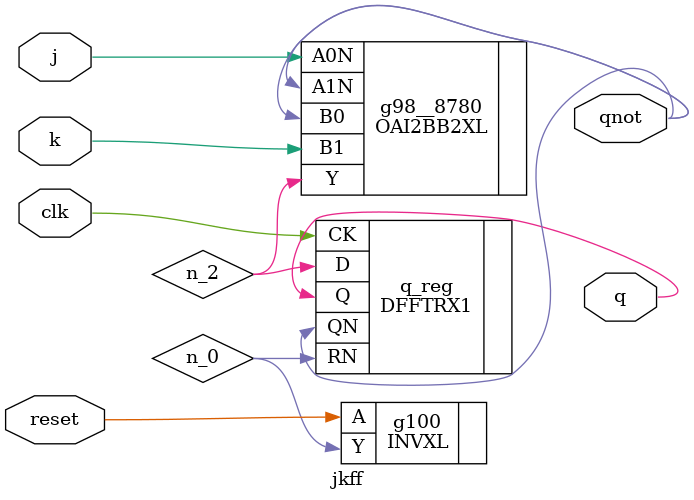
<source format=v>


// Verification Directory fv/jkff 

module jkff(reset, clk, j, k, q, qnot);
  input reset, clk, j, k;
  output q, qnot;
  wire reset, clk, j, k;
  wire q, qnot;
  wire n_0, n_2;
  DFFTRX1 q_reg(.CK (clk), .D (n_2), .RN (n_0), .Q (q), .QN (qnot));
  OAI2BB2XL g98__8780(.A0N (j), .A1N (qnot), .B0 (qnot), .B1 (k), .Y
       (n_2));
  INVXL g100(.A (reset), .Y (n_0));
endmodule


</source>
